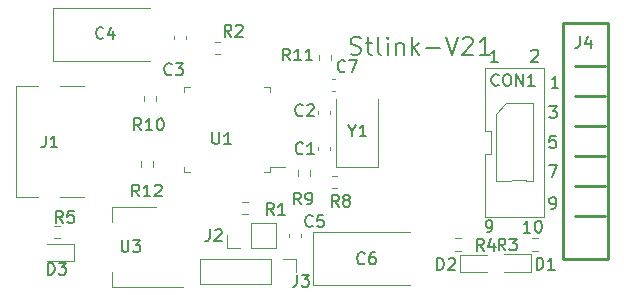
<source format=gbr>
%TF.GenerationSoftware,KiCad,Pcbnew,(5.1.9-0-10_14)*%
%TF.CreationDate,2021-03-11T22:52:10+08:00*%
%TF.ProjectId,stlinkv21,73746c69-6e6b-4763-9231-2e6b69636164,rev?*%
%TF.SameCoordinates,Original*%
%TF.FileFunction,Legend,Top*%
%TF.FilePolarity,Positive*%
%FSLAX46Y46*%
G04 Gerber Fmt 4.6, Leading zero omitted, Abs format (unit mm)*
G04 Created by KiCad (PCBNEW (5.1.9-0-10_14)) date 2021-03-11 22:52:10*
%MOMM*%
%LPD*%
G01*
G04 APERTURE LIST*
%ADD10C,0.150000*%
%ADD11C,0.120000*%
%ADD12C,0.254000*%
G04 APERTURE END LIST*
D10*
X142689523Y-95002380D02*
X142118095Y-95002380D01*
X142403809Y-95002380D02*
X142403809Y-94002380D01*
X142308571Y-94145238D01*
X142213333Y-94240476D01*
X142118095Y-94288095D01*
X143308571Y-94002380D02*
X143403809Y-94002380D01*
X143499047Y-94050000D01*
X143546666Y-94097619D01*
X143594285Y-94192857D01*
X143641904Y-94383333D01*
X143641904Y-94621428D01*
X143594285Y-94811904D01*
X143546666Y-94907142D01*
X143499047Y-94954761D01*
X143403809Y-95002380D01*
X143308571Y-95002380D01*
X143213333Y-94954761D01*
X143165714Y-94907142D01*
X143118095Y-94811904D01*
X143070476Y-94621428D01*
X143070476Y-94383333D01*
X143118095Y-94192857D01*
X143165714Y-94097619D01*
X143213333Y-94050000D01*
X143308571Y-94002380D01*
X142774285Y-79627619D02*
X142821904Y-79580000D01*
X142917142Y-79532380D01*
X143155238Y-79532380D01*
X143250476Y-79580000D01*
X143298095Y-79627619D01*
X143345714Y-79722857D01*
X143345714Y-79818095D01*
X143298095Y-79960952D01*
X142726666Y-80532380D01*
X143345714Y-80532380D01*
X138999523Y-94952380D02*
X139190000Y-94952380D01*
X139285238Y-94904761D01*
X139332857Y-94857142D01*
X139428095Y-94714285D01*
X139475714Y-94523809D01*
X139475714Y-94142857D01*
X139428095Y-94047619D01*
X139380476Y-94000000D01*
X139285238Y-93952380D01*
X139094761Y-93952380D01*
X138999523Y-94000000D01*
X138951904Y-94047619D01*
X138904285Y-94142857D01*
X138904285Y-94380952D01*
X138951904Y-94476190D01*
X138999523Y-94523809D01*
X139094761Y-94571428D01*
X139285238Y-94571428D01*
X139380476Y-94523809D01*
X139428095Y-94476190D01*
X139475714Y-94380952D01*
X139925714Y-80532380D02*
X139354285Y-80532380D01*
X139640000Y-80532380D02*
X139640000Y-79532380D01*
X139544761Y-79675238D01*
X139449523Y-79770476D01*
X139354285Y-79818095D01*
X144399523Y-92982380D02*
X144590000Y-92982380D01*
X144685238Y-92934761D01*
X144732857Y-92887142D01*
X144828095Y-92744285D01*
X144875714Y-92553809D01*
X144875714Y-92172857D01*
X144828095Y-92077619D01*
X144780476Y-92030000D01*
X144685238Y-91982380D01*
X144494761Y-91982380D01*
X144399523Y-92030000D01*
X144351904Y-92077619D01*
X144304285Y-92172857D01*
X144304285Y-92410952D01*
X144351904Y-92506190D01*
X144399523Y-92553809D01*
X144494761Y-92601428D01*
X144685238Y-92601428D01*
X144780476Y-92553809D01*
X144828095Y-92506190D01*
X144875714Y-92410952D01*
X144296666Y-89282380D02*
X144963333Y-89282380D01*
X144534761Y-90282380D01*
X144828095Y-86812380D02*
X144351904Y-86812380D01*
X144304285Y-87288571D01*
X144351904Y-87240952D01*
X144447142Y-87193333D01*
X144685238Y-87193333D01*
X144780476Y-87240952D01*
X144828095Y-87288571D01*
X144875714Y-87383809D01*
X144875714Y-87621904D01*
X144828095Y-87717142D01*
X144780476Y-87764761D01*
X144685238Y-87812380D01*
X144447142Y-87812380D01*
X144351904Y-87764761D01*
X144304285Y-87717142D01*
X144296666Y-84292380D02*
X144915714Y-84292380D01*
X144582380Y-84673333D01*
X144725238Y-84673333D01*
X144820476Y-84720952D01*
X144868095Y-84768571D01*
X144915714Y-84863809D01*
X144915714Y-85101904D01*
X144868095Y-85197142D01*
X144820476Y-85244761D01*
X144725238Y-85292380D01*
X144439523Y-85292380D01*
X144344285Y-85244761D01*
X144296666Y-85197142D01*
X145055714Y-82732380D02*
X144484285Y-82732380D01*
X144770000Y-82732380D02*
X144770000Y-81732380D01*
X144674761Y-81875238D01*
X144579523Y-81970476D01*
X144484285Y-82018095D01*
X127457142Y-79855142D02*
X127671428Y-79926571D01*
X128028571Y-79926571D01*
X128171428Y-79855142D01*
X128242857Y-79783714D01*
X128314285Y-79640857D01*
X128314285Y-79498000D01*
X128242857Y-79355142D01*
X128171428Y-79283714D01*
X128028571Y-79212285D01*
X127742857Y-79140857D01*
X127600000Y-79069428D01*
X127528571Y-78998000D01*
X127457142Y-78855142D01*
X127457142Y-78712285D01*
X127528571Y-78569428D01*
X127600000Y-78498000D01*
X127742857Y-78426571D01*
X128100000Y-78426571D01*
X128314285Y-78498000D01*
X128742857Y-78926571D02*
X129314285Y-78926571D01*
X128957142Y-78426571D02*
X128957142Y-79712285D01*
X129028571Y-79855142D01*
X129171428Y-79926571D01*
X129314285Y-79926571D01*
X130028571Y-79926571D02*
X129885714Y-79855142D01*
X129814285Y-79712285D01*
X129814285Y-78426571D01*
X130600000Y-79926571D02*
X130600000Y-78926571D01*
X130600000Y-78426571D02*
X130528571Y-78498000D01*
X130600000Y-78569428D01*
X130671428Y-78498000D01*
X130600000Y-78426571D01*
X130600000Y-78569428D01*
X131314285Y-78926571D02*
X131314285Y-79926571D01*
X131314285Y-79069428D02*
X131385714Y-78998000D01*
X131528571Y-78926571D01*
X131742857Y-78926571D01*
X131885714Y-78998000D01*
X131957142Y-79140857D01*
X131957142Y-79926571D01*
X132671428Y-79926571D02*
X132671428Y-78426571D01*
X132814285Y-79355142D02*
X133242857Y-79926571D01*
X133242857Y-78926571D02*
X132671428Y-79498000D01*
X133885714Y-79355142D02*
X135028571Y-79355142D01*
X135528571Y-78426571D02*
X136028571Y-79926571D01*
X136528571Y-78426571D01*
X136957142Y-78569428D02*
X137028571Y-78498000D01*
X137171428Y-78426571D01*
X137528571Y-78426571D01*
X137671428Y-78498000D01*
X137742857Y-78569428D01*
X137814285Y-78712285D01*
X137814285Y-78855142D01*
X137742857Y-79069428D01*
X136885714Y-79926571D01*
X137814285Y-79926571D01*
X139242857Y-79926571D02*
X138385714Y-79926571D01*
X138814285Y-79926571D02*
X138814285Y-78426571D01*
X138671428Y-78640857D01*
X138528571Y-78783714D01*
X138385714Y-78855142D01*
D11*
%TO.C,C6*%
X124295000Y-99440000D02*
X132530000Y-99440000D01*
X124295000Y-94920000D02*
X124295000Y-99440000D01*
X132530000Y-94920000D02*
X124295000Y-94920000D01*
%TO.C,C4*%
X102255000Y-80500000D02*
X110490000Y-80500000D01*
X102255000Y-75980000D02*
X102255000Y-80500000D01*
X110490000Y-75980000D02*
X102255000Y-75980000D01*
%TO.C,Y1*%
X129816000Y-89410000D02*
X129816000Y-83660000D01*
X126216000Y-89410000D02*
X129816000Y-89410000D01*
X126216000Y-83660000D02*
X126216000Y-89410000D01*
%TO.C,R12*%
X109697500Y-88952742D02*
X109697500Y-89427258D01*
X110742500Y-88952742D02*
X110742500Y-89427258D01*
%TO.C,R11*%
X125802500Y-80417258D02*
X125802500Y-79942742D01*
X124757500Y-80417258D02*
X124757500Y-79942742D01*
%TO.C,R10*%
X109977500Y-83422742D02*
X109977500Y-83897258D01*
X111022500Y-83422742D02*
X111022500Y-83897258D01*
%TO.C,R9*%
X123017500Y-89732742D02*
X123017500Y-90207258D01*
X124062500Y-89732742D02*
X124062500Y-90207258D01*
%TO.C,R8*%
X125862742Y-91242500D02*
X126337258Y-91242500D01*
X125862742Y-90197500D02*
X126337258Y-90197500D01*
%TO.C,C7*%
X125899420Y-82980000D02*
X126180580Y-82980000D01*
X125899420Y-81960000D02*
X126180580Y-81960000D01*
%TO.C,C5*%
X123290000Y-95360580D02*
X123290000Y-95079420D01*
X122270000Y-95360580D02*
X122270000Y-95079420D01*
%TO.C,C3*%
X113500000Y-78640580D02*
X113500000Y-78359420D01*
X112480000Y-78640580D02*
X112480000Y-78359420D01*
%TO.C,C2*%
X124712000Y-84695420D02*
X124712000Y-84976580D01*
X125732000Y-84695420D02*
X125732000Y-84976580D01*
%TO.C,C1*%
X125732000Y-88024580D02*
X125732000Y-87743420D01*
X124712000Y-88024580D02*
X124712000Y-87743420D01*
%TO.C,U1*%
X120610000Y-89410000D02*
X121900000Y-89410000D01*
X120610000Y-89860000D02*
X120610000Y-89410000D01*
X120160000Y-89860000D02*
X120610000Y-89860000D01*
X113390000Y-89860000D02*
X113390000Y-89410000D01*
X113840000Y-89860000D02*
X113390000Y-89860000D01*
X120610000Y-82640000D02*
X120610000Y-83090000D01*
X120160000Y-82640000D02*
X120610000Y-82640000D01*
X113390000Y-82640000D02*
X113390000Y-83090000D01*
X113840000Y-82640000D02*
X113390000Y-82640000D01*
%TO.C,R5*%
X102352742Y-95472500D02*
X102827258Y-95472500D01*
X102352742Y-94427500D02*
X102827258Y-94427500D01*
%TO.C,R4*%
X136332742Y-96532500D02*
X136807258Y-96532500D01*
X136332742Y-95487500D02*
X136807258Y-95487500D01*
%TO.C,R3*%
X143317258Y-95487500D02*
X142842742Y-95487500D01*
X143317258Y-96532500D02*
X142842742Y-96532500D01*
%TO.C,D3*%
X104055000Y-95935000D02*
X101770000Y-95935000D01*
X104055000Y-97405000D02*
X104055000Y-95935000D01*
X101770000Y-97405000D02*
X104055000Y-97405000D01*
%TO.C,D2*%
X136755000Y-98355000D02*
X139040000Y-98355000D01*
X136755000Y-96885000D02*
X136755000Y-98355000D01*
X139040000Y-96885000D02*
X136755000Y-96885000D01*
%TO.C,D1*%
X142765000Y-96855000D02*
X140480000Y-96855000D01*
X142765000Y-98325000D02*
X142765000Y-96855000D01*
X140480000Y-98325000D02*
X142765000Y-98325000D01*
%TO.C,U3*%
X113280000Y-99630000D02*
X107270000Y-99630000D01*
X111030000Y-92810000D02*
X107270000Y-92810000D01*
X107270000Y-99630000D02*
X107270000Y-98370000D01*
X107270000Y-92810000D02*
X107270000Y-94070000D01*
D12*
%TO.C,J4*%
X145460000Y-97250000D02*
X149280000Y-97250000D01*
X145460000Y-77250000D02*
X149280000Y-77250000D01*
X146460000Y-83440000D02*
X149000000Y-83440000D01*
X146460000Y-80900000D02*
X149000000Y-80900000D01*
X146460000Y-93600000D02*
X149000000Y-93600000D01*
X146460000Y-85980000D02*
X149000000Y-85980000D01*
X146460000Y-88520000D02*
X149000000Y-88520000D01*
X146460000Y-91060000D02*
X149000000Y-91060000D01*
X149280000Y-77250000D02*
X149280000Y-97250000D01*
X145460000Y-77250000D02*
X145460000Y-97250000D01*
D11*
%TO.C,J3*%
X122810000Y-97240000D02*
X122810000Y-98300000D01*
X121750000Y-97240000D02*
X122810000Y-97240000D01*
X120750000Y-97240000D02*
X120750000Y-99360000D01*
X120750000Y-99360000D02*
X114690000Y-99360000D01*
X120750000Y-97240000D02*
X114690000Y-97240000D01*
X114690000Y-97240000D02*
X114690000Y-99360000D01*
%TO.C,CON1*%
X138870000Y-86370000D02*
X138870000Y-81045000D01*
X139370000Y-86370000D02*
X138870000Y-86370000D01*
X139370000Y-88370000D02*
X139370000Y-86370000D01*
X138870000Y-88370000D02*
X139370000Y-88370000D01*
X138870000Y-93695000D02*
X138870000Y-88370000D01*
X143870000Y-93695000D02*
X138870000Y-93695000D01*
X143870000Y-81045000D02*
X143870000Y-93695000D01*
X138870000Y-81045000D02*
X143870000Y-81045000D01*
X140590000Y-84060000D02*
X142920000Y-84060000D01*
X142920000Y-84060000D02*
X142920000Y-84820000D01*
X142920000Y-84860000D02*
X142920000Y-85455000D01*
X142920000Y-85455000D02*
X142920000Y-90595000D01*
X139750000Y-90595000D02*
X142300000Y-90590000D01*
X142277530Y-90595000D02*
X142920000Y-90595000D01*
X139790000Y-84930000D02*
X139750000Y-90595000D01*
X139790000Y-84920000D02*
X140560000Y-84090000D01*
%TO.C,R2*%
X116447258Y-78877500D02*
X115972742Y-78877500D01*
X116447258Y-79922500D02*
X115972742Y-79922500D01*
%TO.C,R1*%
X118292742Y-93452500D02*
X118767258Y-93452500D01*
X118292742Y-92407500D02*
X118767258Y-92407500D01*
%TO.C,J2*%
X117010000Y-96290000D02*
X117010000Y-95230000D01*
X118070000Y-96290000D02*
X117010000Y-96290000D01*
X119070000Y-96290000D02*
X119070000Y-94170000D01*
X119070000Y-94170000D02*
X121130000Y-94170000D01*
X119070000Y-96290000D02*
X121130000Y-96290000D01*
X121130000Y-96290000D02*
X121130000Y-94170000D01*
%TO.C,J1*%
X101000000Y-82550000D02*
X99100000Y-82550000D01*
X104900000Y-82550000D02*
X102900000Y-82550000D01*
X101000000Y-91950000D02*
X99100000Y-91950000D01*
X104900000Y-91950000D02*
X102900000Y-91950000D01*
X99100000Y-82550000D02*
X99100000Y-91950000D01*
%TO.C,C6*%
D10*
X128643333Y-97587142D02*
X128595714Y-97634761D01*
X128452857Y-97682380D01*
X128357619Y-97682380D01*
X128214761Y-97634761D01*
X128119523Y-97539523D01*
X128071904Y-97444285D01*
X128024285Y-97253809D01*
X128024285Y-97110952D01*
X128071904Y-96920476D01*
X128119523Y-96825238D01*
X128214761Y-96730000D01*
X128357619Y-96682380D01*
X128452857Y-96682380D01*
X128595714Y-96730000D01*
X128643333Y-96777619D01*
X129500476Y-96682380D02*
X129310000Y-96682380D01*
X129214761Y-96730000D01*
X129167142Y-96777619D01*
X129071904Y-96920476D01*
X129024285Y-97110952D01*
X129024285Y-97491904D01*
X129071904Y-97587142D01*
X129119523Y-97634761D01*
X129214761Y-97682380D01*
X129405238Y-97682380D01*
X129500476Y-97634761D01*
X129548095Y-97587142D01*
X129595714Y-97491904D01*
X129595714Y-97253809D01*
X129548095Y-97158571D01*
X129500476Y-97110952D01*
X129405238Y-97063333D01*
X129214761Y-97063333D01*
X129119523Y-97110952D01*
X129071904Y-97158571D01*
X129024285Y-97253809D01*
%TO.C,C4*%
X106523333Y-78507142D02*
X106475714Y-78554761D01*
X106332857Y-78602380D01*
X106237619Y-78602380D01*
X106094761Y-78554761D01*
X105999523Y-78459523D01*
X105951904Y-78364285D01*
X105904285Y-78173809D01*
X105904285Y-78030952D01*
X105951904Y-77840476D01*
X105999523Y-77745238D01*
X106094761Y-77650000D01*
X106237619Y-77602380D01*
X106332857Y-77602380D01*
X106475714Y-77650000D01*
X106523333Y-77697619D01*
X107380476Y-77935714D02*
X107380476Y-78602380D01*
X107142380Y-77554761D02*
X106904285Y-78269047D01*
X107523333Y-78269047D01*
%TO.C,Y1*%
X127613809Y-86386190D02*
X127613809Y-86862380D01*
X127280476Y-85862380D02*
X127613809Y-86386190D01*
X127947142Y-85862380D01*
X128804285Y-86862380D02*
X128232857Y-86862380D01*
X128518571Y-86862380D02*
X128518571Y-85862380D01*
X128423333Y-86005238D01*
X128328095Y-86100476D01*
X128232857Y-86148095D01*
%TO.C,R12*%
X109557142Y-91942380D02*
X109223809Y-91466190D01*
X108985714Y-91942380D02*
X108985714Y-90942380D01*
X109366666Y-90942380D01*
X109461904Y-90990000D01*
X109509523Y-91037619D01*
X109557142Y-91132857D01*
X109557142Y-91275714D01*
X109509523Y-91370952D01*
X109461904Y-91418571D01*
X109366666Y-91466190D01*
X108985714Y-91466190D01*
X110509523Y-91942380D02*
X109938095Y-91942380D01*
X110223809Y-91942380D02*
X110223809Y-90942380D01*
X110128571Y-91085238D01*
X110033333Y-91180476D01*
X109938095Y-91228095D01*
X110890476Y-91037619D02*
X110938095Y-90990000D01*
X111033333Y-90942380D01*
X111271428Y-90942380D01*
X111366666Y-90990000D01*
X111414285Y-91037619D01*
X111461904Y-91132857D01*
X111461904Y-91228095D01*
X111414285Y-91370952D01*
X110842857Y-91942380D01*
X111461904Y-91942380D01*
%TO.C,R11*%
X122327142Y-80422380D02*
X121993809Y-79946190D01*
X121755714Y-80422380D02*
X121755714Y-79422380D01*
X122136666Y-79422380D01*
X122231904Y-79470000D01*
X122279523Y-79517619D01*
X122327142Y-79612857D01*
X122327142Y-79755714D01*
X122279523Y-79850952D01*
X122231904Y-79898571D01*
X122136666Y-79946190D01*
X121755714Y-79946190D01*
X123279523Y-80422380D02*
X122708095Y-80422380D01*
X122993809Y-80422380D02*
X122993809Y-79422380D01*
X122898571Y-79565238D01*
X122803333Y-79660476D01*
X122708095Y-79708095D01*
X124231904Y-80422380D02*
X123660476Y-80422380D01*
X123946190Y-80422380D02*
X123946190Y-79422380D01*
X123850952Y-79565238D01*
X123755714Y-79660476D01*
X123660476Y-79708095D01*
%TO.C,R10*%
X109727142Y-86332380D02*
X109393809Y-85856190D01*
X109155714Y-86332380D02*
X109155714Y-85332380D01*
X109536666Y-85332380D01*
X109631904Y-85380000D01*
X109679523Y-85427619D01*
X109727142Y-85522857D01*
X109727142Y-85665714D01*
X109679523Y-85760952D01*
X109631904Y-85808571D01*
X109536666Y-85856190D01*
X109155714Y-85856190D01*
X110679523Y-86332380D02*
X110108095Y-86332380D01*
X110393809Y-86332380D02*
X110393809Y-85332380D01*
X110298571Y-85475238D01*
X110203333Y-85570476D01*
X110108095Y-85618095D01*
X111298571Y-85332380D02*
X111393809Y-85332380D01*
X111489047Y-85380000D01*
X111536666Y-85427619D01*
X111584285Y-85522857D01*
X111631904Y-85713333D01*
X111631904Y-85951428D01*
X111584285Y-86141904D01*
X111536666Y-86237142D01*
X111489047Y-86284761D01*
X111393809Y-86332380D01*
X111298571Y-86332380D01*
X111203333Y-86284761D01*
X111155714Y-86237142D01*
X111108095Y-86141904D01*
X111060476Y-85951428D01*
X111060476Y-85713333D01*
X111108095Y-85522857D01*
X111155714Y-85427619D01*
X111203333Y-85380000D01*
X111298571Y-85332380D01*
%TO.C,R9*%
X123263333Y-92622380D02*
X122930000Y-92146190D01*
X122691904Y-92622380D02*
X122691904Y-91622380D01*
X123072857Y-91622380D01*
X123168095Y-91670000D01*
X123215714Y-91717619D01*
X123263333Y-91812857D01*
X123263333Y-91955714D01*
X123215714Y-92050952D01*
X123168095Y-92098571D01*
X123072857Y-92146190D01*
X122691904Y-92146190D01*
X123739523Y-92622380D02*
X123930000Y-92622380D01*
X124025238Y-92574761D01*
X124072857Y-92527142D01*
X124168095Y-92384285D01*
X124215714Y-92193809D01*
X124215714Y-91812857D01*
X124168095Y-91717619D01*
X124120476Y-91670000D01*
X124025238Y-91622380D01*
X123834761Y-91622380D01*
X123739523Y-91670000D01*
X123691904Y-91717619D01*
X123644285Y-91812857D01*
X123644285Y-92050952D01*
X123691904Y-92146190D01*
X123739523Y-92193809D01*
X123834761Y-92241428D01*
X124025238Y-92241428D01*
X124120476Y-92193809D01*
X124168095Y-92146190D01*
X124215714Y-92050952D01*
%TO.C,R8*%
X126453333Y-92812380D02*
X126120000Y-92336190D01*
X125881904Y-92812380D02*
X125881904Y-91812380D01*
X126262857Y-91812380D01*
X126358095Y-91860000D01*
X126405714Y-91907619D01*
X126453333Y-92002857D01*
X126453333Y-92145714D01*
X126405714Y-92240952D01*
X126358095Y-92288571D01*
X126262857Y-92336190D01*
X125881904Y-92336190D01*
X127024761Y-92240952D02*
X126929523Y-92193333D01*
X126881904Y-92145714D01*
X126834285Y-92050476D01*
X126834285Y-92002857D01*
X126881904Y-91907619D01*
X126929523Y-91860000D01*
X127024761Y-91812380D01*
X127215238Y-91812380D01*
X127310476Y-91860000D01*
X127358095Y-91907619D01*
X127405714Y-92002857D01*
X127405714Y-92050476D01*
X127358095Y-92145714D01*
X127310476Y-92193333D01*
X127215238Y-92240952D01*
X127024761Y-92240952D01*
X126929523Y-92288571D01*
X126881904Y-92336190D01*
X126834285Y-92431428D01*
X126834285Y-92621904D01*
X126881904Y-92717142D01*
X126929523Y-92764761D01*
X127024761Y-92812380D01*
X127215238Y-92812380D01*
X127310476Y-92764761D01*
X127358095Y-92717142D01*
X127405714Y-92621904D01*
X127405714Y-92431428D01*
X127358095Y-92336190D01*
X127310476Y-92288571D01*
X127215238Y-92240952D01*
%TO.C,C7*%
X126993333Y-81317142D02*
X126945714Y-81364761D01*
X126802857Y-81412380D01*
X126707619Y-81412380D01*
X126564761Y-81364761D01*
X126469523Y-81269523D01*
X126421904Y-81174285D01*
X126374285Y-80983809D01*
X126374285Y-80840952D01*
X126421904Y-80650476D01*
X126469523Y-80555238D01*
X126564761Y-80460000D01*
X126707619Y-80412380D01*
X126802857Y-80412380D01*
X126945714Y-80460000D01*
X126993333Y-80507619D01*
X127326666Y-80412380D02*
X127993333Y-80412380D01*
X127564761Y-81412380D01*
%TO.C,C5*%
X124243333Y-94437142D02*
X124195714Y-94484761D01*
X124052857Y-94532380D01*
X123957619Y-94532380D01*
X123814761Y-94484761D01*
X123719523Y-94389523D01*
X123671904Y-94294285D01*
X123624285Y-94103809D01*
X123624285Y-93960952D01*
X123671904Y-93770476D01*
X123719523Y-93675238D01*
X123814761Y-93580000D01*
X123957619Y-93532380D01*
X124052857Y-93532380D01*
X124195714Y-93580000D01*
X124243333Y-93627619D01*
X125148095Y-93532380D02*
X124671904Y-93532380D01*
X124624285Y-94008571D01*
X124671904Y-93960952D01*
X124767142Y-93913333D01*
X125005238Y-93913333D01*
X125100476Y-93960952D01*
X125148095Y-94008571D01*
X125195714Y-94103809D01*
X125195714Y-94341904D01*
X125148095Y-94437142D01*
X125100476Y-94484761D01*
X125005238Y-94532380D01*
X124767142Y-94532380D01*
X124671904Y-94484761D01*
X124624285Y-94437142D01*
%TO.C,C3*%
X112313333Y-81577142D02*
X112265714Y-81624761D01*
X112122857Y-81672380D01*
X112027619Y-81672380D01*
X111884761Y-81624761D01*
X111789523Y-81529523D01*
X111741904Y-81434285D01*
X111694285Y-81243809D01*
X111694285Y-81100952D01*
X111741904Y-80910476D01*
X111789523Y-80815238D01*
X111884761Y-80720000D01*
X112027619Y-80672380D01*
X112122857Y-80672380D01*
X112265714Y-80720000D01*
X112313333Y-80767619D01*
X112646666Y-80672380D02*
X113265714Y-80672380D01*
X112932380Y-81053333D01*
X113075238Y-81053333D01*
X113170476Y-81100952D01*
X113218095Y-81148571D01*
X113265714Y-81243809D01*
X113265714Y-81481904D01*
X113218095Y-81577142D01*
X113170476Y-81624761D01*
X113075238Y-81672380D01*
X112789523Y-81672380D01*
X112694285Y-81624761D01*
X112646666Y-81577142D01*
%TO.C,C2*%
X123403333Y-85047142D02*
X123355714Y-85094761D01*
X123212857Y-85142380D01*
X123117619Y-85142380D01*
X122974761Y-85094761D01*
X122879523Y-84999523D01*
X122831904Y-84904285D01*
X122784285Y-84713809D01*
X122784285Y-84570952D01*
X122831904Y-84380476D01*
X122879523Y-84285238D01*
X122974761Y-84190000D01*
X123117619Y-84142380D01*
X123212857Y-84142380D01*
X123355714Y-84190000D01*
X123403333Y-84237619D01*
X123784285Y-84237619D02*
X123831904Y-84190000D01*
X123927142Y-84142380D01*
X124165238Y-84142380D01*
X124260476Y-84190000D01*
X124308095Y-84237619D01*
X124355714Y-84332857D01*
X124355714Y-84428095D01*
X124308095Y-84570952D01*
X123736666Y-85142380D01*
X124355714Y-85142380D01*
%TO.C,C1*%
X123423333Y-88277142D02*
X123375714Y-88324761D01*
X123232857Y-88372380D01*
X123137619Y-88372380D01*
X122994761Y-88324761D01*
X122899523Y-88229523D01*
X122851904Y-88134285D01*
X122804285Y-87943809D01*
X122804285Y-87800952D01*
X122851904Y-87610476D01*
X122899523Y-87515238D01*
X122994761Y-87420000D01*
X123137619Y-87372380D01*
X123232857Y-87372380D01*
X123375714Y-87420000D01*
X123423333Y-87467619D01*
X124375714Y-88372380D02*
X123804285Y-88372380D01*
X124090000Y-88372380D02*
X124090000Y-87372380D01*
X123994761Y-87515238D01*
X123899523Y-87610476D01*
X123804285Y-87658095D01*
%TO.C,U1*%
X115768095Y-86502380D02*
X115768095Y-87311904D01*
X115815714Y-87407142D01*
X115863333Y-87454761D01*
X115958571Y-87502380D01*
X116149047Y-87502380D01*
X116244285Y-87454761D01*
X116291904Y-87407142D01*
X116339523Y-87311904D01*
X116339523Y-86502380D01*
X117339523Y-87502380D02*
X116768095Y-87502380D01*
X117053809Y-87502380D02*
X117053809Y-86502380D01*
X116958571Y-86645238D01*
X116863333Y-86740476D01*
X116768095Y-86788095D01*
%TO.C,R5*%
X103113333Y-94172380D02*
X102780000Y-93696190D01*
X102541904Y-94172380D02*
X102541904Y-93172380D01*
X102922857Y-93172380D01*
X103018095Y-93220000D01*
X103065714Y-93267619D01*
X103113333Y-93362857D01*
X103113333Y-93505714D01*
X103065714Y-93600952D01*
X103018095Y-93648571D01*
X102922857Y-93696190D01*
X102541904Y-93696190D01*
X104018095Y-93172380D02*
X103541904Y-93172380D01*
X103494285Y-93648571D01*
X103541904Y-93600952D01*
X103637142Y-93553333D01*
X103875238Y-93553333D01*
X103970476Y-93600952D01*
X104018095Y-93648571D01*
X104065714Y-93743809D01*
X104065714Y-93981904D01*
X104018095Y-94077142D01*
X103970476Y-94124761D01*
X103875238Y-94172380D01*
X103637142Y-94172380D01*
X103541904Y-94124761D01*
X103494285Y-94077142D01*
%TO.C,R4*%
X138753333Y-96522380D02*
X138420000Y-96046190D01*
X138181904Y-96522380D02*
X138181904Y-95522380D01*
X138562857Y-95522380D01*
X138658095Y-95570000D01*
X138705714Y-95617619D01*
X138753333Y-95712857D01*
X138753333Y-95855714D01*
X138705714Y-95950952D01*
X138658095Y-95998571D01*
X138562857Y-96046190D01*
X138181904Y-96046190D01*
X139610476Y-95855714D02*
X139610476Y-96522380D01*
X139372380Y-95474761D02*
X139134285Y-96189047D01*
X139753333Y-96189047D01*
%TO.C,R3*%
X140573333Y-96502380D02*
X140240000Y-96026190D01*
X140001904Y-96502380D02*
X140001904Y-95502380D01*
X140382857Y-95502380D01*
X140478095Y-95550000D01*
X140525714Y-95597619D01*
X140573333Y-95692857D01*
X140573333Y-95835714D01*
X140525714Y-95930952D01*
X140478095Y-95978571D01*
X140382857Y-96026190D01*
X140001904Y-96026190D01*
X140906666Y-95502380D02*
X141525714Y-95502380D01*
X141192380Y-95883333D01*
X141335238Y-95883333D01*
X141430476Y-95930952D01*
X141478095Y-95978571D01*
X141525714Y-96073809D01*
X141525714Y-96311904D01*
X141478095Y-96407142D01*
X141430476Y-96454761D01*
X141335238Y-96502380D01*
X141049523Y-96502380D01*
X140954285Y-96454761D01*
X140906666Y-96407142D01*
%TO.C,D3*%
X101831904Y-98552380D02*
X101831904Y-97552380D01*
X102070000Y-97552380D01*
X102212857Y-97600000D01*
X102308095Y-97695238D01*
X102355714Y-97790476D01*
X102403333Y-97980952D01*
X102403333Y-98123809D01*
X102355714Y-98314285D01*
X102308095Y-98409523D01*
X102212857Y-98504761D01*
X102070000Y-98552380D01*
X101831904Y-98552380D01*
X102736666Y-97552380D02*
X103355714Y-97552380D01*
X103022380Y-97933333D01*
X103165238Y-97933333D01*
X103260476Y-97980952D01*
X103308095Y-98028571D01*
X103355714Y-98123809D01*
X103355714Y-98361904D01*
X103308095Y-98457142D01*
X103260476Y-98504761D01*
X103165238Y-98552380D01*
X102879523Y-98552380D01*
X102784285Y-98504761D01*
X102736666Y-98457142D01*
%TO.C,D2*%
X134801904Y-98152380D02*
X134801904Y-97152380D01*
X135040000Y-97152380D01*
X135182857Y-97200000D01*
X135278095Y-97295238D01*
X135325714Y-97390476D01*
X135373333Y-97580952D01*
X135373333Y-97723809D01*
X135325714Y-97914285D01*
X135278095Y-98009523D01*
X135182857Y-98104761D01*
X135040000Y-98152380D01*
X134801904Y-98152380D01*
X135754285Y-97247619D02*
X135801904Y-97200000D01*
X135897142Y-97152380D01*
X136135238Y-97152380D01*
X136230476Y-97200000D01*
X136278095Y-97247619D01*
X136325714Y-97342857D01*
X136325714Y-97438095D01*
X136278095Y-97580952D01*
X135706666Y-98152380D01*
X136325714Y-98152380D01*
%TO.C,D1*%
X143211904Y-98132380D02*
X143211904Y-97132380D01*
X143450000Y-97132380D01*
X143592857Y-97180000D01*
X143688095Y-97275238D01*
X143735714Y-97370476D01*
X143783333Y-97560952D01*
X143783333Y-97703809D01*
X143735714Y-97894285D01*
X143688095Y-97989523D01*
X143592857Y-98084761D01*
X143450000Y-98132380D01*
X143211904Y-98132380D01*
X144735714Y-98132380D02*
X144164285Y-98132380D01*
X144450000Y-98132380D02*
X144450000Y-97132380D01*
X144354761Y-97275238D01*
X144259523Y-97370476D01*
X144164285Y-97418095D01*
%TO.C,U3*%
X108068095Y-95642380D02*
X108068095Y-96451904D01*
X108115714Y-96547142D01*
X108163333Y-96594761D01*
X108258571Y-96642380D01*
X108449047Y-96642380D01*
X108544285Y-96594761D01*
X108591904Y-96547142D01*
X108639523Y-96451904D01*
X108639523Y-95642380D01*
X109020476Y-95642380D02*
X109639523Y-95642380D01*
X109306190Y-96023333D01*
X109449047Y-96023333D01*
X109544285Y-96070952D01*
X109591904Y-96118571D01*
X109639523Y-96213809D01*
X109639523Y-96451904D01*
X109591904Y-96547142D01*
X109544285Y-96594761D01*
X109449047Y-96642380D01*
X109163333Y-96642380D01*
X109068095Y-96594761D01*
X109020476Y-96547142D01*
%TO.C,J4*%
X146876666Y-78362380D02*
X146876666Y-79076666D01*
X146829047Y-79219523D01*
X146733809Y-79314761D01*
X146590952Y-79362380D01*
X146495714Y-79362380D01*
X147781428Y-78695714D02*
X147781428Y-79362380D01*
X147543333Y-78314761D02*
X147305238Y-79029047D01*
X147924285Y-79029047D01*
%TO.C,J3*%
X122926666Y-98572380D02*
X122926666Y-99286666D01*
X122879047Y-99429523D01*
X122783809Y-99524761D01*
X122640952Y-99572380D01*
X122545714Y-99572380D01*
X123307619Y-98572380D02*
X123926666Y-98572380D01*
X123593333Y-98953333D01*
X123736190Y-98953333D01*
X123831428Y-99000952D01*
X123879047Y-99048571D01*
X123926666Y-99143809D01*
X123926666Y-99381904D01*
X123879047Y-99477142D01*
X123831428Y-99524761D01*
X123736190Y-99572380D01*
X123450476Y-99572380D01*
X123355238Y-99524761D01*
X123307619Y-99477142D01*
%TO.C,CON1*%
X140005714Y-82487142D02*
X139958095Y-82534761D01*
X139815238Y-82582380D01*
X139720000Y-82582380D01*
X139577142Y-82534761D01*
X139481904Y-82439523D01*
X139434285Y-82344285D01*
X139386666Y-82153809D01*
X139386666Y-82010952D01*
X139434285Y-81820476D01*
X139481904Y-81725238D01*
X139577142Y-81630000D01*
X139720000Y-81582380D01*
X139815238Y-81582380D01*
X139958095Y-81630000D01*
X140005714Y-81677619D01*
X140624761Y-81582380D02*
X140815238Y-81582380D01*
X140910476Y-81630000D01*
X141005714Y-81725238D01*
X141053333Y-81915714D01*
X141053333Y-82249047D01*
X141005714Y-82439523D01*
X140910476Y-82534761D01*
X140815238Y-82582380D01*
X140624761Y-82582380D01*
X140529523Y-82534761D01*
X140434285Y-82439523D01*
X140386666Y-82249047D01*
X140386666Y-81915714D01*
X140434285Y-81725238D01*
X140529523Y-81630000D01*
X140624761Y-81582380D01*
X141481904Y-82582380D02*
X141481904Y-81582380D01*
X142053333Y-82582380D01*
X142053333Y-81582380D01*
X143053333Y-82582380D02*
X142481904Y-82582380D01*
X142767619Y-82582380D02*
X142767619Y-81582380D01*
X142672380Y-81725238D01*
X142577142Y-81820476D01*
X142481904Y-81868095D01*
%TO.C,R2*%
X117363333Y-78412380D02*
X117030000Y-77936190D01*
X116791904Y-78412380D02*
X116791904Y-77412380D01*
X117172857Y-77412380D01*
X117268095Y-77460000D01*
X117315714Y-77507619D01*
X117363333Y-77602857D01*
X117363333Y-77745714D01*
X117315714Y-77840952D01*
X117268095Y-77888571D01*
X117172857Y-77936190D01*
X116791904Y-77936190D01*
X117744285Y-77507619D02*
X117791904Y-77460000D01*
X117887142Y-77412380D01*
X118125238Y-77412380D01*
X118220476Y-77460000D01*
X118268095Y-77507619D01*
X118315714Y-77602857D01*
X118315714Y-77698095D01*
X118268095Y-77840952D01*
X117696666Y-78412380D01*
X118315714Y-78412380D01*
%TO.C,R1*%
X120953333Y-93512380D02*
X120620000Y-93036190D01*
X120381904Y-93512380D02*
X120381904Y-92512380D01*
X120762857Y-92512380D01*
X120858095Y-92560000D01*
X120905714Y-92607619D01*
X120953333Y-92702857D01*
X120953333Y-92845714D01*
X120905714Y-92940952D01*
X120858095Y-92988571D01*
X120762857Y-93036190D01*
X120381904Y-93036190D01*
X121905714Y-93512380D02*
X121334285Y-93512380D01*
X121620000Y-93512380D02*
X121620000Y-92512380D01*
X121524761Y-92655238D01*
X121429523Y-92750476D01*
X121334285Y-92798095D01*
%TO.C,J2*%
X115556666Y-94722380D02*
X115556666Y-95436666D01*
X115509047Y-95579523D01*
X115413809Y-95674761D01*
X115270952Y-95722380D01*
X115175714Y-95722380D01*
X115985238Y-94817619D02*
X116032857Y-94770000D01*
X116128095Y-94722380D01*
X116366190Y-94722380D01*
X116461428Y-94770000D01*
X116509047Y-94817619D01*
X116556666Y-94912857D01*
X116556666Y-95008095D01*
X116509047Y-95150952D01*
X115937619Y-95722380D01*
X116556666Y-95722380D01*
%TO.C,J1*%
X101646666Y-86792380D02*
X101646666Y-87506666D01*
X101599047Y-87649523D01*
X101503809Y-87744761D01*
X101360952Y-87792380D01*
X101265714Y-87792380D01*
X102646666Y-87792380D02*
X102075238Y-87792380D01*
X102360952Y-87792380D02*
X102360952Y-86792380D01*
X102265714Y-86935238D01*
X102170476Y-87030476D01*
X102075238Y-87078095D01*
%TD*%
M02*

</source>
